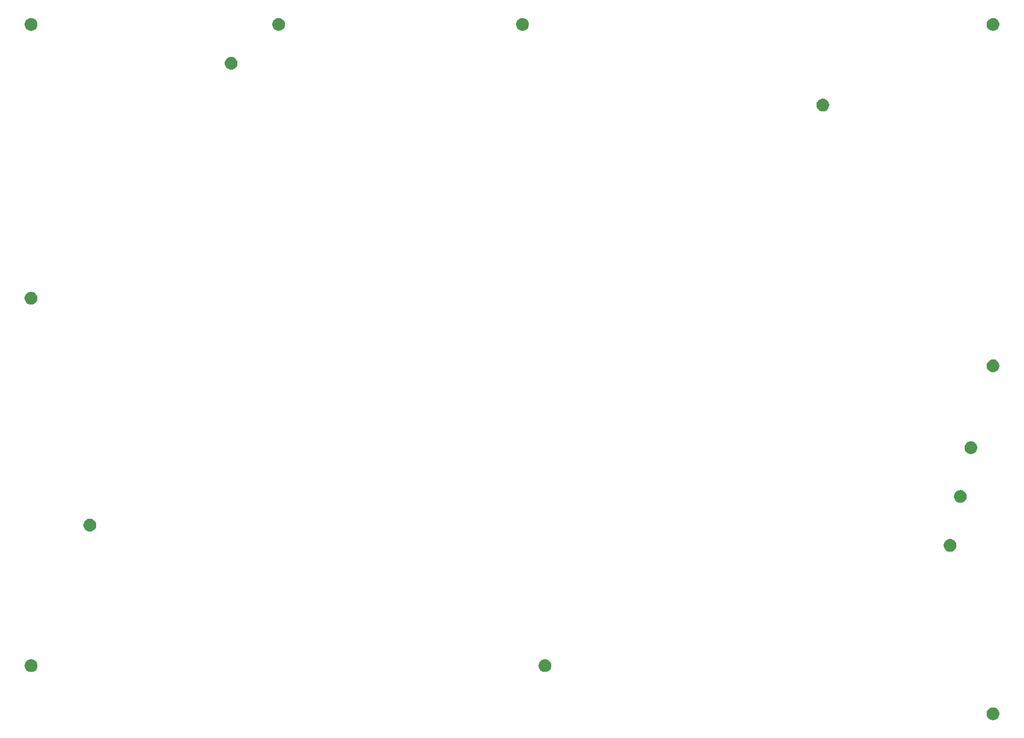
<source format=gbs>
G04 #@! TF.GenerationSoftware,KiCad,Pcbnew,(5.1.5-0-10_14)*
G04 #@! TF.CreationDate,2020-05-14T05:05:21+09:00*
G04 #@! TF.ProjectId,L-top-v02,4c2d746f-702d-4763-9032-2e6b69636164,rev?*
G04 #@! TF.SameCoordinates,Original*
G04 #@! TF.FileFunction,Soldermask,Bot*
G04 #@! TF.FilePolarity,Negative*
%FSLAX46Y46*%
G04 Gerber Fmt 4.6, Leading zero omitted, Abs format (unit mm)*
G04 Created by KiCad (PCBNEW (5.1.5-0-10_14)) date 2020-05-14 05:05:21*
%MOMM*%
%LPD*%
G04 APERTURE LIST*
%ADD10C,0.100000*%
G04 APERTURE END LIST*
D10*
G36*
X221204795Y-146300156D02*
G01*
X221311150Y-146321311D01*
X221511520Y-146404307D01*
X221691844Y-146524795D01*
X221845205Y-146678156D01*
X221965693Y-146858480D01*
X222048689Y-147058851D01*
X222091000Y-147271560D01*
X222091000Y-147488440D01*
X222048689Y-147701149D01*
X221965693Y-147901520D01*
X221845205Y-148081844D01*
X221691844Y-148235205D01*
X221511520Y-148355693D01*
X221311150Y-148438689D01*
X221204794Y-148459845D01*
X221098440Y-148481000D01*
X220881560Y-148481000D01*
X220775206Y-148459845D01*
X220668850Y-148438689D01*
X220568666Y-148397191D01*
X220468480Y-148355693D01*
X220288156Y-148235205D01*
X220134795Y-148081844D01*
X220014307Y-147901520D01*
X219931311Y-147701149D01*
X219889000Y-147488440D01*
X219889000Y-147271560D01*
X219931311Y-147058851D01*
X220014307Y-146858480D01*
X220134795Y-146678156D01*
X220288156Y-146524795D01*
X220468480Y-146404307D01*
X220668850Y-146321311D01*
X220775205Y-146300156D01*
X220881560Y-146279000D01*
X221098440Y-146279000D01*
X221204795Y-146300156D01*
G37*
G36*
X143834795Y-137990156D02*
G01*
X143941150Y-138011311D01*
X144041334Y-138052809D01*
X144141520Y-138094307D01*
X144321844Y-138214795D01*
X144475205Y-138368156D01*
X144595693Y-138548480D01*
X144678689Y-138748851D01*
X144721000Y-138961560D01*
X144721000Y-139178440D01*
X144678689Y-139391149D01*
X144595693Y-139591520D01*
X144475205Y-139771844D01*
X144321844Y-139925205D01*
X144141520Y-140045693D01*
X143941150Y-140128689D01*
X143834794Y-140149845D01*
X143728440Y-140171000D01*
X143511560Y-140171000D01*
X143405206Y-140149845D01*
X143298850Y-140128689D01*
X143098480Y-140045693D01*
X142918156Y-139925205D01*
X142764795Y-139771844D01*
X142644307Y-139591520D01*
X142561311Y-139391149D01*
X142519000Y-139178440D01*
X142519000Y-138961560D01*
X142561311Y-138748851D01*
X142644307Y-138548480D01*
X142764795Y-138368156D01*
X142918156Y-138214795D01*
X143098480Y-138094307D01*
X143198666Y-138052809D01*
X143298850Y-138011311D01*
X143405205Y-137990156D01*
X143511560Y-137969000D01*
X143728440Y-137969000D01*
X143834795Y-137990156D01*
G37*
G36*
X55134795Y-137990156D02*
G01*
X55241150Y-138011311D01*
X55341334Y-138052809D01*
X55441520Y-138094307D01*
X55621844Y-138214795D01*
X55775205Y-138368156D01*
X55895693Y-138548480D01*
X55978689Y-138748851D01*
X56021000Y-138961560D01*
X56021000Y-139178440D01*
X55978689Y-139391149D01*
X55895693Y-139591520D01*
X55775205Y-139771844D01*
X55621844Y-139925205D01*
X55441520Y-140045693D01*
X55241150Y-140128689D01*
X55134794Y-140149845D01*
X55028440Y-140171000D01*
X54811560Y-140171000D01*
X54705206Y-140149845D01*
X54598850Y-140128689D01*
X54398480Y-140045693D01*
X54218156Y-139925205D01*
X54064795Y-139771844D01*
X53944307Y-139591520D01*
X53861311Y-139391149D01*
X53819000Y-139178440D01*
X53819000Y-138961560D01*
X53861311Y-138748851D01*
X53944307Y-138548480D01*
X54064795Y-138368156D01*
X54218156Y-138214795D01*
X54398480Y-138094307D01*
X54498666Y-138052809D01*
X54598850Y-138011311D01*
X54705205Y-137990156D01*
X54811560Y-137969000D01*
X55028440Y-137969000D01*
X55134795Y-137990156D01*
G37*
G36*
X213784794Y-117220155D02*
G01*
X213891150Y-117241311D01*
X214091520Y-117324307D01*
X214271844Y-117444795D01*
X214425205Y-117598156D01*
X214545693Y-117778480D01*
X214628689Y-117978851D01*
X214671000Y-118191560D01*
X214671000Y-118408440D01*
X214628689Y-118621149D01*
X214545693Y-118821520D01*
X214425205Y-119001844D01*
X214271844Y-119155205D01*
X214091520Y-119275693D01*
X213991334Y-119317191D01*
X213891150Y-119358689D01*
X213784795Y-119379844D01*
X213678440Y-119401000D01*
X213461560Y-119401000D01*
X213355205Y-119379844D01*
X213248850Y-119358689D01*
X213148666Y-119317191D01*
X213048480Y-119275693D01*
X212868156Y-119155205D01*
X212714795Y-119001844D01*
X212594307Y-118821520D01*
X212511311Y-118621149D01*
X212469000Y-118408440D01*
X212469000Y-118191560D01*
X212511311Y-117978851D01*
X212594307Y-117778480D01*
X212714795Y-117598156D01*
X212868156Y-117444795D01*
X213048480Y-117324307D01*
X213248850Y-117241311D01*
X213355206Y-117220155D01*
X213461560Y-117199000D01*
X213678440Y-117199000D01*
X213784794Y-117220155D01*
G37*
G36*
X65274794Y-113720155D02*
G01*
X65381150Y-113741311D01*
X65581520Y-113824307D01*
X65761844Y-113944795D01*
X65915205Y-114098156D01*
X66035693Y-114278480D01*
X66118689Y-114478851D01*
X66161000Y-114691560D01*
X66161000Y-114908440D01*
X66118689Y-115121149D01*
X66035693Y-115321520D01*
X65915205Y-115501844D01*
X65761844Y-115655205D01*
X65581520Y-115775693D01*
X65481334Y-115817191D01*
X65381150Y-115858689D01*
X65274795Y-115879844D01*
X65168440Y-115901000D01*
X64951560Y-115901000D01*
X64845205Y-115879844D01*
X64738850Y-115858689D01*
X64638666Y-115817191D01*
X64538480Y-115775693D01*
X64358156Y-115655205D01*
X64204795Y-115501844D01*
X64084307Y-115321520D01*
X64001311Y-115121149D01*
X63959000Y-114908440D01*
X63959000Y-114691560D01*
X64001311Y-114478851D01*
X64084307Y-114278480D01*
X64204795Y-114098156D01*
X64358156Y-113944795D01*
X64538480Y-113824307D01*
X64738850Y-113741311D01*
X64845206Y-113720155D01*
X64951560Y-113699000D01*
X65168440Y-113699000D01*
X65274794Y-113720155D01*
G37*
G36*
X215544794Y-108770155D02*
G01*
X215651150Y-108791311D01*
X215751334Y-108832809D01*
X215851520Y-108874307D01*
X216031844Y-108994795D01*
X216185205Y-109148156D01*
X216305693Y-109328480D01*
X216388689Y-109528851D01*
X216431000Y-109741560D01*
X216431000Y-109958440D01*
X216388689Y-110171149D01*
X216305693Y-110371520D01*
X216185205Y-110551844D01*
X216031844Y-110705205D01*
X215851520Y-110825693D01*
X215751334Y-110867191D01*
X215651150Y-110908689D01*
X215544795Y-110929844D01*
X215438440Y-110951000D01*
X215221560Y-110951000D01*
X215115205Y-110929844D01*
X215008850Y-110908689D01*
X214808480Y-110825693D01*
X214628156Y-110705205D01*
X214474795Y-110551844D01*
X214354307Y-110371520D01*
X214271311Y-110171149D01*
X214229000Y-109958440D01*
X214229000Y-109741560D01*
X214271311Y-109528851D01*
X214354307Y-109328480D01*
X214474795Y-109148156D01*
X214628156Y-108994795D01*
X214808480Y-108874307D01*
X215008850Y-108791311D01*
X215115206Y-108770155D01*
X215221560Y-108749000D01*
X215438440Y-108749000D01*
X215544794Y-108770155D01*
G37*
G36*
X217374794Y-100350155D02*
G01*
X217481150Y-100371311D01*
X217581334Y-100412809D01*
X217681520Y-100454307D01*
X217861844Y-100574795D01*
X218015205Y-100728156D01*
X218135693Y-100908480D01*
X218218689Y-101108851D01*
X218261000Y-101321560D01*
X218261000Y-101538440D01*
X218218689Y-101751149D01*
X218135693Y-101951520D01*
X218015205Y-102131844D01*
X217861844Y-102285205D01*
X217681520Y-102405693D01*
X217481150Y-102488689D01*
X217374795Y-102509844D01*
X217268440Y-102531000D01*
X217051560Y-102531000D01*
X216945206Y-102509845D01*
X216838850Y-102488689D01*
X216638480Y-102405693D01*
X216458156Y-102285205D01*
X216304795Y-102131844D01*
X216184307Y-101951520D01*
X216101311Y-101751149D01*
X216059000Y-101538440D01*
X216059000Y-101321560D01*
X216101311Y-101108851D01*
X216184307Y-100908480D01*
X216304795Y-100728156D01*
X216458156Y-100574795D01*
X216638480Y-100454307D01*
X216738666Y-100412809D01*
X216838850Y-100371311D01*
X216945206Y-100350155D01*
X217051560Y-100329000D01*
X217268440Y-100329000D01*
X217374794Y-100350155D01*
G37*
G36*
X221204794Y-86210155D02*
G01*
X221311150Y-86231311D01*
X221511520Y-86314307D01*
X221691844Y-86434795D01*
X221845205Y-86588156D01*
X221965693Y-86768480D01*
X222048689Y-86968851D01*
X222091000Y-87181560D01*
X222091000Y-87398440D01*
X222048689Y-87611149D01*
X221965693Y-87811520D01*
X221845205Y-87991844D01*
X221691844Y-88145205D01*
X221511520Y-88265693D01*
X221311150Y-88348689D01*
X221204794Y-88369845D01*
X221098440Y-88391000D01*
X220881560Y-88391000D01*
X220775205Y-88369844D01*
X220668850Y-88348689D01*
X220568666Y-88307191D01*
X220468480Y-88265693D01*
X220288156Y-88145205D01*
X220134795Y-87991844D01*
X220014307Y-87811520D01*
X219931311Y-87611149D01*
X219889000Y-87398440D01*
X219889000Y-87181560D01*
X219931311Y-86968851D01*
X220014307Y-86768480D01*
X220134795Y-86588156D01*
X220288156Y-86434795D01*
X220468480Y-86314307D01*
X220568666Y-86272809D01*
X220668850Y-86231311D01*
X220775206Y-86210155D01*
X220881560Y-86189000D01*
X221098440Y-86189000D01*
X221204794Y-86210155D01*
G37*
G36*
X55124794Y-74540155D02*
G01*
X55231150Y-74561311D01*
X55431520Y-74644307D01*
X55611844Y-74764795D01*
X55765205Y-74918156D01*
X55885693Y-75098480D01*
X55968689Y-75298851D01*
X56011000Y-75511560D01*
X56011000Y-75728440D01*
X55968689Y-75941149D01*
X55885693Y-76141520D01*
X55765205Y-76321844D01*
X55611844Y-76475205D01*
X55431520Y-76595693D01*
X55331334Y-76637191D01*
X55231150Y-76678689D01*
X55124795Y-76699844D01*
X55018440Y-76721000D01*
X54801560Y-76721000D01*
X54695205Y-76699844D01*
X54588850Y-76678689D01*
X54488666Y-76637191D01*
X54388480Y-76595693D01*
X54208156Y-76475205D01*
X54054795Y-76321844D01*
X53934307Y-76141520D01*
X53851311Y-75941149D01*
X53809000Y-75728440D01*
X53809000Y-75511560D01*
X53851311Y-75298851D01*
X53934307Y-75098480D01*
X54054795Y-74918156D01*
X54208156Y-74764795D01*
X54388480Y-74644307D01*
X54588850Y-74561311D01*
X54695206Y-74540155D01*
X54801560Y-74519000D01*
X55018440Y-74519000D01*
X55124794Y-74540155D01*
G37*
G36*
X191814794Y-41190155D02*
G01*
X191921150Y-41211311D01*
X192021334Y-41252809D01*
X192121520Y-41294307D01*
X192301844Y-41414795D01*
X192455205Y-41568156D01*
X192575693Y-41748480D01*
X192658689Y-41948851D01*
X192701000Y-42161560D01*
X192701000Y-42378440D01*
X192658689Y-42591149D01*
X192575693Y-42791520D01*
X192455205Y-42971844D01*
X192301844Y-43125205D01*
X192121520Y-43245693D01*
X191921150Y-43328689D01*
X191814794Y-43349845D01*
X191708440Y-43371000D01*
X191491560Y-43371000D01*
X191385206Y-43349845D01*
X191278850Y-43328689D01*
X191078480Y-43245693D01*
X190898156Y-43125205D01*
X190744795Y-42971844D01*
X190624307Y-42791520D01*
X190541311Y-42591149D01*
X190499000Y-42378440D01*
X190499000Y-42161560D01*
X190541311Y-41948851D01*
X190624307Y-41748480D01*
X190744795Y-41568156D01*
X190898156Y-41414795D01*
X191078480Y-41294307D01*
X191178666Y-41252809D01*
X191278850Y-41211311D01*
X191385206Y-41190155D01*
X191491560Y-41169000D01*
X191708440Y-41169000D01*
X191814794Y-41190155D01*
G37*
G36*
X89674794Y-33970155D02*
G01*
X89781150Y-33991311D01*
X89881334Y-34032809D01*
X89981520Y-34074307D01*
X90161844Y-34194795D01*
X90315205Y-34348156D01*
X90435693Y-34528480D01*
X90518689Y-34728851D01*
X90561000Y-34941560D01*
X90561000Y-35158440D01*
X90518689Y-35371149D01*
X90435693Y-35571520D01*
X90315205Y-35751844D01*
X90161844Y-35905205D01*
X89981520Y-36025693D01*
X89881334Y-36067191D01*
X89781150Y-36108689D01*
X89674795Y-36129844D01*
X89568440Y-36151000D01*
X89351560Y-36151000D01*
X89245205Y-36129844D01*
X89138850Y-36108689D01*
X88938480Y-36025693D01*
X88758156Y-35905205D01*
X88604795Y-35751844D01*
X88484307Y-35571520D01*
X88401311Y-35371149D01*
X88359000Y-35158440D01*
X88359000Y-34941560D01*
X88401311Y-34728851D01*
X88484307Y-34528480D01*
X88604795Y-34348156D01*
X88758156Y-34194795D01*
X88938480Y-34074307D01*
X89138850Y-33991311D01*
X89245206Y-33970155D01*
X89351560Y-33949000D01*
X89568440Y-33949000D01*
X89674794Y-33970155D01*
G37*
G36*
X221204795Y-27270156D02*
G01*
X221311150Y-27291311D01*
X221511520Y-27374307D01*
X221691844Y-27494795D01*
X221845205Y-27648156D01*
X221965693Y-27828480D01*
X222048689Y-28028851D01*
X222091000Y-28241560D01*
X222091000Y-28458440D01*
X222048689Y-28671149D01*
X221965693Y-28871520D01*
X221845205Y-29051844D01*
X221691844Y-29205205D01*
X221511520Y-29325693D01*
X221311150Y-29408689D01*
X221204794Y-29429845D01*
X221098440Y-29451000D01*
X220881560Y-29451000D01*
X220775206Y-29429845D01*
X220668850Y-29408689D01*
X220568666Y-29367191D01*
X220468480Y-29325693D01*
X220288156Y-29205205D01*
X220134795Y-29051844D01*
X220014307Y-28871520D01*
X219931311Y-28671149D01*
X219889000Y-28458440D01*
X219889000Y-28241560D01*
X219931311Y-28028851D01*
X220014307Y-27828480D01*
X220134795Y-27648156D01*
X220288156Y-27494795D01*
X220468480Y-27374307D01*
X220568666Y-27332809D01*
X220668850Y-27291311D01*
X220775205Y-27270156D01*
X220881560Y-27249000D01*
X221098440Y-27249000D01*
X221204795Y-27270156D01*
G37*
G36*
X139974795Y-27270156D02*
G01*
X140081150Y-27291311D01*
X140181334Y-27332809D01*
X140281520Y-27374307D01*
X140461844Y-27494795D01*
X140615205Y-27648156D01*
X140735693Y-27828480D01*
X140818689Y-28028851D01*
X140861000Y-28241560D01*
X140861000Y-28458440D01*
X140818689Y-28671149D01*
X140735693Y-28871520D01*
X140615205Y-29051844D01*
X140461844Y-29205205D01*
X140281520Y-29325693D01*
X140181334Y-29367191D01*
X140081150Y-29408689D01*
X139974794Y-29429845D01*
X139868440Y-29451000D01*
X139651560Y-29451000D01*
X139545206Y-29429845D01*
X139438850Y-29408689D01*
X139238480Y-29325693D01*
X139058156Y-29205205D01*
X138904795Y-29051844D01*
X138784307Y-28871520D01*
X138701311Y-28671149D01*
X138659000Y-28458440D01*
X138659000Y-28241560D01*
X138701311Y-28028851D01*
X138784307Y-27828480D01*
X138904795Y-27648156D01*
X139058156Y-27494795D01*
X139238480Y-27374307D01*
X139438850Y-27291311D01*
X139545205Y-27270156D01*
X139651560Y-27249000D01*
X139868440Y-27249000D01*
X139974795Y-27270156D01*
G37*
G36*
X97864795Y-27270156D02*
G01*
X97971150Y-27291311D01*
X98071334Y-27332809D01*
X98171520Y-27374307D01*
X98351844Y-27494795D01*
X98505205Y-27648156D01*
X98625693Y-27828480D01*
X98708689Y-28028851D01*
X98751000Y-28241560D01*
X98751000Y-28458440D01*
X98708689Y-28671149D01*
X98625693Y-28871520D01*
X98505205Y-29051844D01*
X98351844Y-29205205D01*
X98171520Y-29325693D01*
X98071334Y-29367191D01*
X97971150Y-29408689D01*
X97864794Y-29429845D01*
X97758440Y-29451000D01*
X97541560Y-29451000D01*
X97435206Y-29429845D01*
X97328850Y-29408689D01*
X97128480Y-29325693D01*
X96948156Y-29205205D01*
X96794795Y-29051844D01*
X96674307Y-28871520D01*
X96591311Y-28671149D01*
X96549000Y-28458440D01*
X96549000Y-28241560D01*
X96591311Y-28028851D01*
X96674307Y-27828480D01*
X96794795Y-27648156D01*
X96948156Y-27494795D01*
X97128480Y-27374307D01*
X97328850Y-27291311D01*
X97435205Y-27270156D01*
X97541560Y-27249000D01*
X97758440Y-27249000D01*
X97864795Y-27270156D01*
G37*
G36*
X55134795Y-27270156D02*
G01*
X55241150Y-27291311D01*
X55341334Y-27332809D01*
X55441520Y-27374307D01*
X55621844Y-27494795D01*
X55775205Y-27648156D01*
X55895693Y-27828480D01*
X55978689Y-28028851D01*
X56021000Y-28241560D01*
X56021000Y-28458440D01*
X55978689Y-28671149D01*
X55895693Y-28871520D01*
X55775205Y-29051844D01*
X55621844Y-29205205D01*
X55441520Y-29325693D01*
X55241150Y-29408689D01*
X55134794Y-29429845D01*
X55028440Y-29451000D01*
X54811560Y-29451000D01*
X54705206Y-29429845D01*
X54598850Y-29408689D01*
X54398480Y-29325693D01*
X54218156Y-29205205D01*
X54064795Y-29051844D01*
X53944307Y-28871520D01*
X53861311Y-28671149D01*
X53819000Y-28458440D01*
X53819000Y-28241560D01*
X53861311Y-28028851D01*
X53944307Y-27828480D01*
X54064795Y-27648156D01*
X54218156Y-27494795D01*
X54398480Y-27374307D01*
X54498666Y-27332809D01*
X54598850Y-27291311D01*
X54705205Y-27270156D01*
X54811560Y-27249000D01*
X55028440Y-27249000D01*
X55134795Y-27270156D01*
G37*
M02*

</source>
